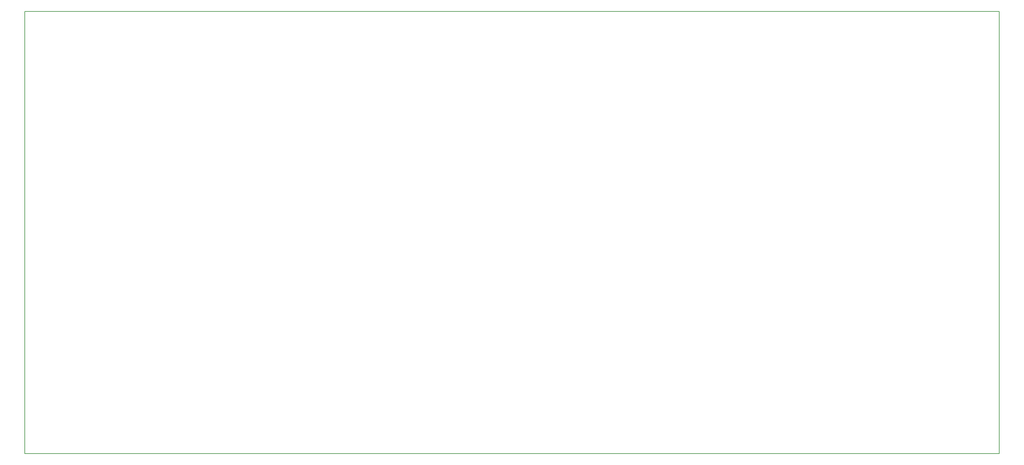
<source format=gm1>
%TF.GenerationSoftware,KiCad,Pcbnew,5.1.9-1.fc33*%
%TF.CreationDate,2021-02-28T14:37:16-05:00*%
%TF.ProjectId,3m_whisper,336d5f77-6869-4737-9065-722e6b696361,rev?*%
%TF.SameCoordinates,Original*%
%TF.FileFunction,Profile,NP*%
%FSLAX46Y46*%
G04 Gerber Fmt 4.6, Leading zero omitted, Abs format (unit mm)*
G04 Created by KiCad (PCBNEW 5.1.9-1.fc33) date 2021-02-28 14:37:16*
%MOMM*%
%LPD*%
G01*
G04 APERTURE LIST*
%TA.AperFunction,Profile*%
%ADD10C,0.150000*%
%TD*%
G04 APERTURE END LIST*
D10*
X107650500Y-51818500D02*
X107650500Y-172918500D01*
X374250500Y-51818500D02*
X374250500Y-172918500D01*
X107650500Y-172918500D02*
X374250500Y-172918500D01*
X107650500Y-51818500D02*
X374250500Y-51818500D01*
M02*

</source>
